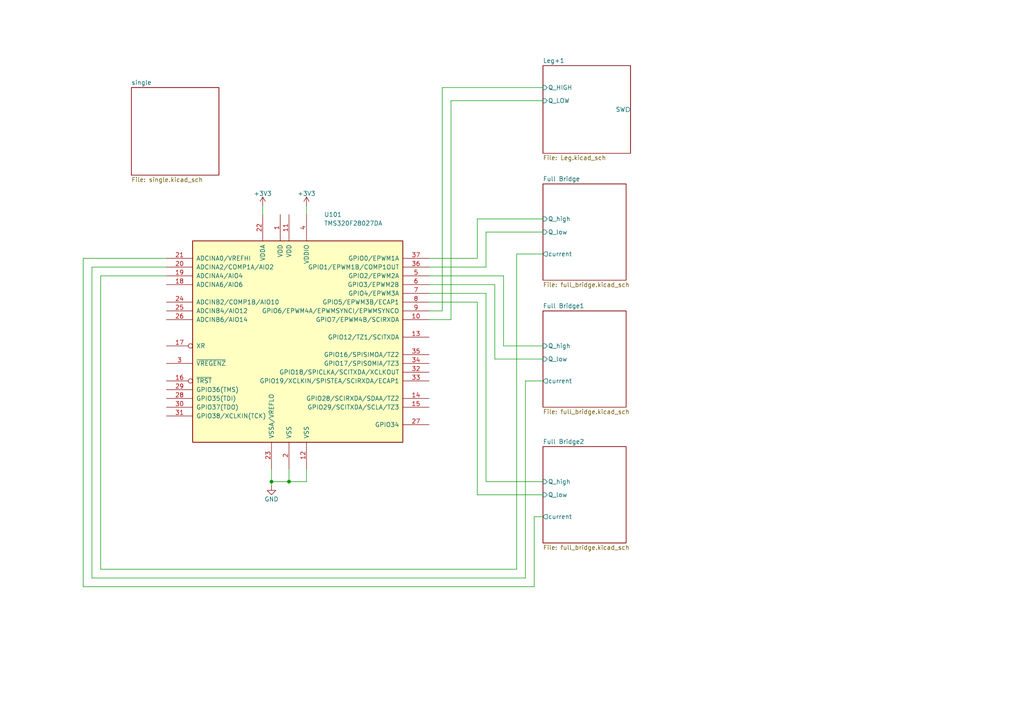
<source format=kicad_sch>
(kicad_sch (version 20211123) (generator eeschema)
  (paper "A4")
  (lib_symbols
    (symbol "ICs:TMS320F28027DA" (pin_names (offset 1.016))
      (property "Reference" "U" (at 7.62 43.18 0))
      (property "Value" "TMS320F28027DA" (at 7.62 40.64 0))
      (symbol "TMS320F28027DA_0_1"
        (rectangle (start -30.48 -22.86) (end 30.48 35.5346) (stroke (width 0.254)) (fill (type background)))
      )
      (symbol "TMS320F28027DA_1_1"
        (pin power_in line (at -5.08 43.18 270) (length 7.62) (name "VDD") (number "1"))
        (pin bidirectional line (at 38.1 12.7 180) (length 7.62) (name "GPIO7/EPWM4B/SCIRXDA") (number "10"))
        (pin power_in line (at -2.54 43.18 270) (length 7.62) (name "VDD") (number "11"))
        (pin power_in line (at 2.54 -30.48 90) (length 7.62) (name "VSS") (number "12"))
        (pin bidirectional line (at 38.1 7.62 180) (length 7.62) (name "GPIO12/TZ1/SCITXDA") (number "13"))
        (pin bidirectional line (at 38.1 -10.16 180) (length 7.62) (name "GPIO28/SCIRXDA/SDAA/TZ2") (number "14"))
        (pin bidirectional line (at 38.1 -12.7 180) (length 7.62) (name "GPIO29/SCITXDA/SCLA/TZ3") (number "15"))
        (pin input inverted (at -38.1 -5.08 0) (length 7.62) (name "~{TRST}") (number "16"))
        (pin input inverted (at -38.1 5.08 0) (length 7.62) (name "XR~{}") (number "17"))
        (pin input line (at -38.1 22.86 0) (length 7.62) (name "ADCINA6/AIO6") (number "18"))
        (pin input line (at -38.1 25.4 0) (length 7.62) (name "ADCINA4/AIO4") (number "19"))
        (pin power_in line (at -2.54 -30.48 90) (length 7.62) (name "VSS") (number "2"))
        (pin input line (at -38.1 27.94 0) (length 7.62) (name "ADCINA2/COMP1A/AIO2") (number "20"))
        (pin input line (at -38.1 30.48 0) (length 7.62) (name "ADCINA0/VREFHI") (number "21"))
        (pin power_in line (at -10.16 43.18 270) (length 7.62) (name "VDDA") (number "22"))
        (pin power_in line (at -7.62 -30.48 90) (length 7.62) (name "VSSA/VREFLO") (number "23"))
        (pin input line (at -38.1 17.78 0) (length 7.62) (name "ADCINB2/COMP1B/AIO10") (number "24"))
        (pin input line (at -38.1 15.24 0) (length 7.62) (name "ADCINB4/AIO12") (number "25"))
        (pin input line (at -38.1 12.7 0) (length 7.62) (name "ADCINB6/AIO14") (number "26"))
        (pin bidirectional line (at 38.1 -17.78 180) (length 7.62) (name "GPIO34") (number "27"))
        (pin input line (at -38.1 -10.16 0) (length 7.62) (name "GPIO35(TDI)") (number "28"))
        (pin input line (at -38.1 -7.62 0) (length 7.62) (name "GPIO36(TMS)") (number "29"))
        (pin input line (at -38.1 0 0) (length 7.62) (name "~{VREGENZ}") (number "3"))
        (pin input line (at -38.1 -12.7 0) (length 7.62) (name "GPIO37(TDO)") (number "30"))
        (pin input line (at -38.1 -15.24 0) (length 7.62) (name "GPIO38/XCLKIN(TCK)") (number "31"))
        (pin bidirectional line (at 38.1 -2.54 180) (length 7.62) (name "GPIO18/SPICLKA/SCITXDA/XCLKOUT") (number "32"))
        (pin bidirectional line (at 38.1 -5.08 180) (length 7.62) (name "GPIO19/XCLKIN/SPISTEA/SCIRXDA/ECAP1") (number "33"))
        (pin bidirectional line (at 38.1 0 180) (length 7.62) (name "GPIO17/SPISOMIA/TZ3") (number "34"))
        (pin bidirectional line (at 38.1 2.54 180) (length 7.62) (name "GPIO16/SPISIMOA/TZ2") (number "35"))
        (pin bidirectional line (at 38.1 27.94 180) (length 7.62) (name "GPIO1/EPWM1B/COMP1OUT") (number "36"))
        (pin bidirectional line (at 38.1 30.48 180) (length 7.62) (name "GPIO0/EPWM1A") (number "37"))
        (pin no_connect line (at -38.1 -17.78 0) (length 7.62) hide (name "TEST") (number "38"))
        (pin power_in line (at 2.54 43.18 270) (length 7.62) (name "VDDIO") (number "4"))
        (pin bidirectional line (at 38.1 25.4 180) (length 7.62) (name "GPIO2/EPWM2A") (number "5"))
        (pin bidirectional line (at 38.1 22.86 180) (length 7.62) (name "GPIO3/EPWM2B") (number "6"))
        (pin bidirectional line (at 38.1 20.32 180) (length 7.62) (name "GPIO4/EPWM3A") (number "7"))
        (pin bidirectional line (at 38.1 17.78 180) (length 7.62) (name "GPIO5/EPWM3B/ECAP1") (number "8"))
        (pin bidirectional line (at 38.1 15.24 180) (length 7.62) (name "GPIO6/EPWM4A/EPWMSYNCI/EPWMSYNCO") (number "9"))
      )
    )
    (symbol "power:+3V3" (power) (pin_names (offset 0))
      (property "Value" "+3V3" (at 0 3.556 0))
      (symbol "+3V3_0_1"
        (polyline (pts (xy -0.762 1.27) (xy 0 2.54)))
        (polyline (pts (xy 0 0) (xy 0 2.54)))
        (polyline (pts (xy 0 2.54) (xy 0.762 1.27)))
      )
      (symbol "+3V3_1_1"
        (pin power_in line (at 0 0 90) (length 0) hide (name "+3V3") (number "1"))
      )
    )
    (symbol "power:GND" (power) (pin_names (offset 0))
      (property "Value" "GND" (at 0 -3.81 0))
      (symbol "GND_0_1"
        (polyline (pts (xy 0 0) (xy 0 -1.27) (xy 1.27 -1.27) (xy 0 -2.54) (xy -1.27 -1.27) (xy 0 -1.27)))
      )
      (symbol "GND_1_1"
        (pin power_in line (at 0 0 270) (length 0) hide (name "GND") (number "1"))
      )
    )
  )
  (junction (at 78.74 139.7))
  (junction (at 83.82 139.7))
  (wire (pts (xy 48.26 77.47) (xy 26.67 77.47)))
  (wire (pts (xy 154.94 149.86) (xy 154.94 170.18)))
  (wire (pts (xy 157.48 100.33) (xy 146.05 100.33)))
  (wire (pts (xy 140.97 85.09) (xy 124.46 85.09)))
  (wire (pts (xy 88.9 59.69) (xy 88.9 62.23)))
  (wire (pts (xy 152.4 110.49) (xy 157.48 110.49)))
  (wire (pts (xy 24.13 74.93) (xy 48.26 74.93)))
  (wire (pts (xy 83.82 135.89) (xy 83.82 139.7)))
  (wire (pts (xy 83.82 139.7) (xy 88.9 139.7)))
  (wire (pts (xy 78.74 139.7) (xy 78.74 140.97)))
  (wire (pts (xy 130.81 92.71) (xy 124.46 92.71)))
  (wire (pts (xy 138.43 87.63) (xy 124.46 87.63)))
  (wire (pts (xy 146.05 100.33) (xy 146.05 80.01)))
  (wire (pts (xy 128.27 90.17) (xy 128.27 25.4)))
  (wire (pts (xy 157.48 29.21) (xy 130.81 29.21)))
  (wire (pts (xy 26.67 167.64) (xy 152.4 167.64)))
  (wire (pts (xy 149.86 165.1) (xy 29.21 165.1)))
  (wire (pts (xy 138.43 74.93) (xy 138.43 63.5)))
  (wire (pts (xy 29.21 80.01) (xy 48.26 80.01)))
  (wire (pts (xy 146.05 80.01) (xy 124.46 80.01)))
  (wire (pts (xy 29.21 165.1) (xy 29.21 80.01)))
  (wire (pts (xy 143.51 104.14) (xy 157.48 104.14)))
  (wire (pts (xy 128.27 25.4) (xy 157.48 25.4)))
  (wire (pts (xy 154.94 170.18) (xy 24.13 170.18)))
  (wire (pts (xy 140.97 139.7) (xy 140.97 85.09)))
  (wire (pts (xy 130.81 29.21) (xy 130.81 92.71)))
  (wire (pts (xy 140.97 77.47) (xy 140.97 67.31)))
  (wire (pts (xy 26.67 77.47) (xy 26.67 167.64)))
  (wire (pts (xy 124.46 74.93) (xy 138.43 74.93)))
  (wire (pts (xy 78.74 135.89) (xy 78.74 139.7)))
  (wire (pts (xy 140.97 67.31) (xy 157.48 67.31)))
  (wire (pts (xy 152.4 167.64) (xy 152.4 110.49)))
  (wire (pts (xy 157.48 149.86) (xy 154.94 149.86)))
  (wire (pts (xy 143.51 82.55) (xy 143.51 104.14)))
  (wire (pts (xy 124.46 77.47) (xy 140.97 77.47)))
  (wire (pts (xy 138.43 63.5) (xy 157.48 63.5)))
  (wire (pts (xy 78.74 139.7) (xy 83.82 139.7)))
  (wire (pts (xy 24.13 170.18) (xy 24.13 74.93)))
  (wire (pts (xy 88.9 139.7) (xy 88.9 135.89)))
  (wire (pts (xy 124.46 82.55) (xy 143.51 82.55)))
  (wire (pts (xy 157.48 73.66) (xy 149.86 73.66)))
  (wire (pts (xy 124.46 90.17) (xy 128.27 90.17)))
  (wire (pts (xy 157.48 143.51) (xy 138.43 143.51)))
  (wire (pts (xy 157.48 139.7) (xy 140.97 139.7)))
  (wire (pts (xy 76.2 59.69) (xy 76.2 62.23)))
  (wire (pts (xy 138.43 143.51) (xy 138.43 87.63)))
  (wire (pts (xy 149.86 73.66) (xy 149.86 165.1)))
  (symbol (lib_id "power:+3V3") (at 76.2 59.69 0) (unit 1)
    (property "Reference" "#PWR0101" (effects hide))
    (property "Value" "+3V3" (at 76.2 56.134 0))
  )
  (symbol (lib_id "power:+3V3") (at 88.9 59.69 0) (unit 1)
    (property "Reference" "#PWR0103" (effects hide))
    (property "Value" "+3V3" (at 88.9 56.134 0))
  )
  (symbol (lib_id "ICs:TMS320F28027DA") (at 86.36 105.41 0) (unit 1)
    (property "Reference" "U101" (at 93.98 62.23 0) (effects (justify left)))
    (property "Value" "TMS320F28027DA" (at 93.98 64.77 0) (effects (justify left)))
    (property "Footprint" "Package_SO:TSSOP-38_4.4x9.7mm_P0.5mm" (effects hide))
  )
  (symbol (lib_id "power:GND") (at 78.74 140.97 0) (unit 1)
    (property "Reference" "#PWR0102" (effects hide))
    (property "Value" "GND" (at 78.74 144.78 0))
  )
  (sheet (at 157.48 129.54) (size 24.13 27.94) (stroke (width 0.1524))
    (property "Sheet name" "Full Bridge2" (at 157.48 128.8284 0) (effects (justify left bottom)))
    (property "Sheet file" "full_bridge.kicad_sch" (at 157.48 158.0646 0) (effects (justify left top)))
    (pin "Q_high" input (at 157.48 139.7 180))
    (pin "Q_low" input (at 157.48 143.51 180))
    (pin "current" output (at 157.48 149.86 180))
  )
  (sheet (at 157.48 90.17) (size 24.13 27.94) (stroke (width 0.1524))
    (property "Sheet name" "Full Bridge1" (at 157.48 89.4584 0) (effects (justify left bottom)))
    (property "Sheet file" "full_bridge.kicad_sch" (at 157.48 118.6946 0) (effects (justify left top)))
    (pin "Q_high" input (at 157.48 100.33 180))
    (pin "Q_low" input (at 157.48 104.14 180))
    (pin "current" output (at 157.48 110.49 180))
  )
  (sheet (at 38.1 25.4) (size 25.4 25.4) (stroke (width 0.1524))
    (property "Sheet name" "single" (at 38.1 24.6884 0) (effects (justify left bottom)))
    (property "Sheet file" "single.kicad_sch" (at 38.1 51.3846 0) (effects (justify left top)))
  )
  (sheet (at 157.48 19.05) (size 25.4 25.4) (stroke (width 0.1524))
    (property "Sheet name" "Leg+1" (at 157.48 18.3384 0) (effects (justify left bottom)))
    (property "Sheet file" "Leg.kicad_sch" (at 157.48 45.0346 0) (effects (justify left top)))
    (pin "SW" output (at 182.88 31.75 0))
    (pin "Q_HIGH" input (at 157.48 25.4 180))
    (pin "Q_LOW" input (at 157.48 29.21 180))
  )
  (sheet (at 157.48 53.34) (size 24.13 27.94) (stroke (width 0.1524))
    (property "Sheet name" "Full Bridge" (at 157.48 52.6284 0) (effects (justify left bottom)))
    (property "Sheet file" "full_bridge.kicad_sch" (at 157.48 81.8646 0) (effects (justify left top)))
    (pin "Q_high" input (at 157.48 63.5 180))
    (pin "Q_low" input (at 157.48 67.31 180))
    (pin "current" output (at 157.48 73.66 180))
  )
)
</source>
